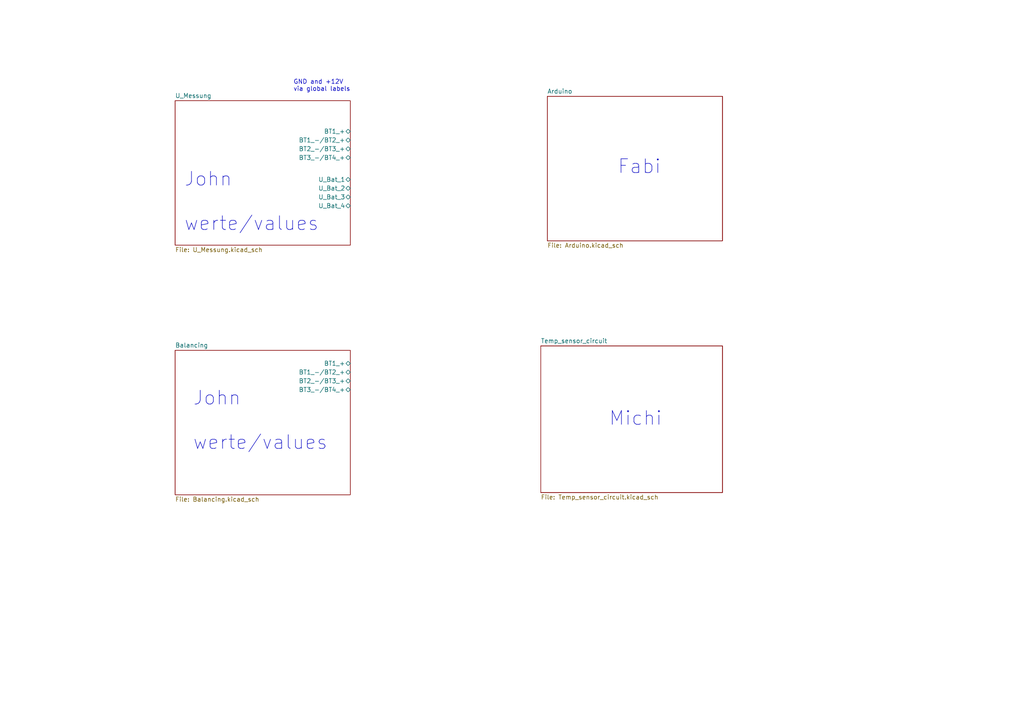
<source format=kicad_sch>
(kicad_sch (version 20230121) (generator eeschema)
  (paper "A4")
  (title_block (title "BMS Project") (date "2023-04-21") (rev "V0.1") (company "TH Ingolstadt") (comment 1 "Author: ") (comment 2 "Edited: "))
  (lib_symbols)
  (text "John\n\nwerte/values\n" (at 53.34 67.31 0) (effects (font (size 4 4)) (justify left bottom)))
  (text "Fabi" (at 179.07 50.8 0) (effects (font (size 4 4)) (justify left bottom)))
  (text "John\n\nwerte/values\n" (at 55.88 130.81 0) (effects (font (size 4 4)) (justify left bottom)))
  (text "Michi" (at 176.53 123.825 0) (effects (font (size 4 4)) (justify left bottom)))
  (text "GND and +12V\nvia global labels" (at 85.09 26.67 0) (effects (font (size 1.27 1.27)) (justify left bottom)))
  (sheet (at 156.845 100.33) (size 52.705 42.545) (stroke (width 0.1524))
    (property "Sheetname" "Temp_sensor_circuit" (at 156.845 99.6184 0) (effects (justify left bottom)))
    (property "Sheetfile" "Temp_sensor_circuit.kicad_sch" (at 156.845 143.4596 0) (effects (justify left top)))
  )
  (sheet (at 158.75 27.94) (size 50.8 41.91) (stroke (width 0.1524))
    (property "Sheetname" "Arduino" (at 158.75 27.2284 0) (effects (justify left bottom)))
    (property "Sheetfile" "Arduino.kicad_sch" (at 158.75 70.4346 0) (effects (justify left top)))
  )
  (sheet (at 50.8 101.6) (size 50.8 41.91) (stroke (width 0.1524))
    (property "Sheetname" "Balancing" (at 50.8 100.8884 0) (effects (justify left bottom)))
    (property "Sheetfile" "Balancing.kicad_sch" (at 50.8 144.0946 0) (effects (justify left top)))
    (pin "BT1_+" bidirectional (at 101.6 105.41 0))
    (pin "BT1_-{slash}BT2_+" bidirectional (at 101.6 107.95 0))
    (pin "BT2_-{slash}BT3_+" bidirectional (at 101.6 110.49 0))
    (pin "BT3_-{slash}BT4_+" bidirectional (at 101.6 113.03 0))
  )
  (sheet (at 50.8 29.21) (size 50.8 41.91) (stroke (width 0.1524))
    (property "Sheetname" "U_Messung" (at 50.8 28.4984 0) (effects (justify left bottom)))
    (property "Sheetfile" "U_Messung.kicad_sch" (at 50.8 71.7046 0) (effects (justify left top)))
    (pin "BT3_-{slash}BT4_+" bidirectional (at 101.6 45.72 0))
    (pin "BT2_-{slash}BT3_+" bidirectional (at 101.6 43.18 0))
    (pin "BT1_+" bidirectional (at 101.6 38.1 0))
    (pin "U_Bat_2" bidirectional (at 101.6 54.61 0))
    (pin "U_Bat_1" bidirectional (at 101.6 52.07 0))
    (pin "BT1_-{slash}BT2_+" bidirectional (at 101.6 40.64 0))
    (pin "U_Bat_4" bidirectional (at 101.6 59.69 0))
    (pin "U_Bat_3" bidirectional (at 101.6 57.15 0))
  )
)
</source>
